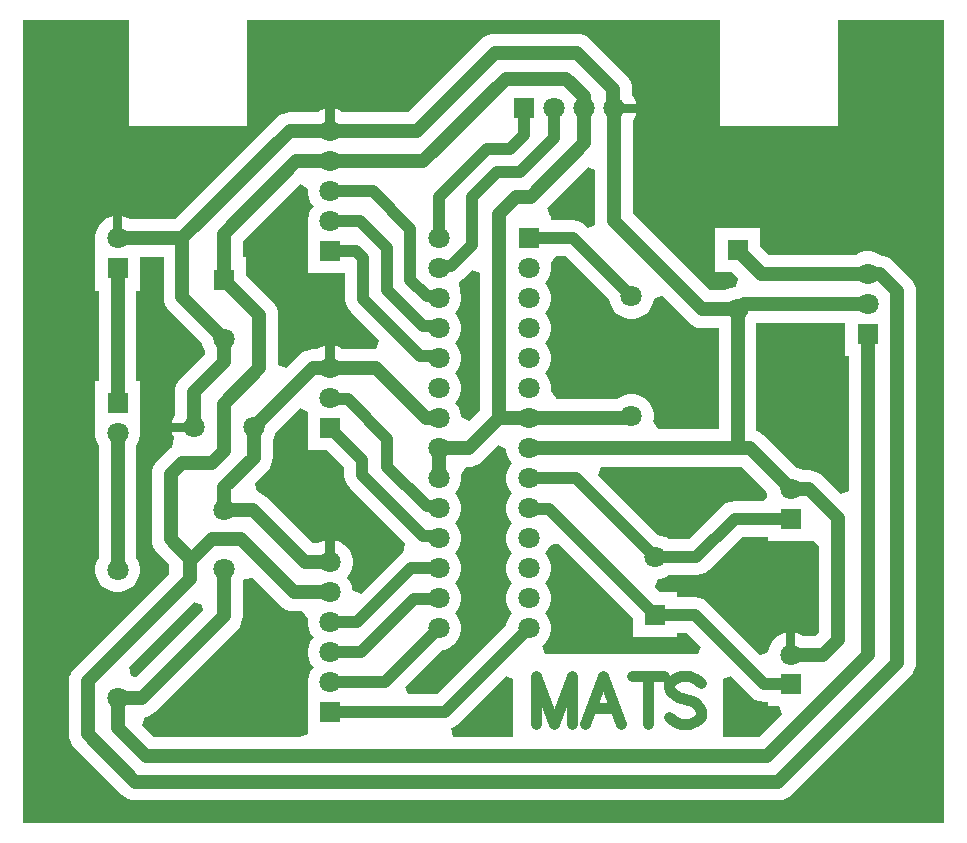
<source format=gbl>
G04*
G04 #@! TF.GenerationSoftware,Altium Limited,Altium Designer,22.5.1 (42)*
G04*
G04 Layer_Physical_Order=2*
G04 Layer_Color=16711680*
%FSLAX44Y44*%
%MOMM*%
G71*
G04*
G04 #@! TF.SameCoordinates,E669E3F9-0894-4EE6-ACFF-CEDA73CCADC6*
G04*
G04*
G04 #@! TF.FilePolarity,Positive*
G04*
G01*
G75*
%ADD10C,1.2000*%
%ADD11C,1.0000*%
%ADD12C,0.9000*%
%ADD13C,1.8000*%
%ADD14R,1.8000X1.8000*%
%ADD15R,1.8000X1.8000*%
G36*
X10000Y10000D02*
X790000D01*
Y690000D01*
X700000D01*
Y600000D01*
X600000D01*
Y690000D01*
X200000D01*
Y600000D01*
X100000D01*
Y690000D01*
X10000D01*
Y10000D01*
D02*
G37*
%LPC*%
G36*
X409460Y677977D02*
X479068D01*
X482185Y677670D01*
X485183Y676760D01*
X487945Y675284D01*
X490366Y673297D01*
X521124Y642539D01*
X523111Y640118D01*
X524587Y637356D01*
X525496Y634359D01*
X525803Y631242D01*
Y626147D01*
X527238Y623999D01*
X528670Y620542D01*
X528977Y619000D01*
X510401D01*
Y611000D01*
X528977D01*
X528670Y609458D01*
X527238Y606000D01*
X526377Y604712D01*
Y526218D01*
X591618Y460977D01*
X604712D01*
X606000Y461838D01*
X609458Y463270D01*
X613129Y464000D01*
X613217D01*
X613405Y464101D01*
X613958Y464671D01*
X615251Y470734D01*
X610536Y476100D01*
X596100D01*
Y513900D01*
X633900D01*
Y498695D01*
X641618Y490977D01*
X714893D01*
X716048Y491749D01*
X719488Y493174D01*
X723139Y493900D01*
X726862D01*
X730514Y493174D01*
X733953Y491749D01*
X735768Y490536D01*
X738473Y490270D01*
X741470Y489361D01*
X744232Y487884D01*
X746653Y485897D01*
X761298Y471253D01*
X763285Y468832D01*
X764761Y466069D01*
X765670Y463072D01*
X765977Y459955D01*
Y145760D01*
X765670Y142643D01*
X764761Y139646D01*
X763285Y136884D01*
X761298Y134463D01*
X660538Y33703D01*
X658117Y31716D01*
X655355Y30239D01*
X652357Y29330D01*
X649240Y29023D01*
X105000D01*
X101883Y29330D01*
X98886Y30239D01*
X96124Y31716D01*
X93703Y33703D01*
X53703Y73703D01*
X51716Y76124D01*
X50240Y78886D01*
X49331Y81883D01*
X49023Y85000D01*
Y130000D01*
X49331Y133117D01*
X50240Y136114D01*
X51716Y138876D01*
X53703Y141297D01*
X133236Y220830D01*
Y229170D01*
X123703Y238703D01*
X121716Y241124D01*
X120240Y243886D01*
X119331Y246883D01*
X119024Y250000D01*
Y305000D01*
X119331Y308117D01*
X120240Y311114D01*
X121716Y313876D01*
X123703Y316297D01*
X133703Y326297D01*
X135258Y327573D01*
X136207Y328674D01*
X137692Y335666D01*
X137493Y336653D01*
X136331Y339458D01*
X136024Y341000D01*
X154600D01*
Y349000D01*
X136024D01*
X136331Y350542D01*
X137763Y354000D01*
X138624Y355288D01*
Y374600D01*
X138931Y377717D01*
X139840Y380714D01*
X141316Y383476D01*
X143303Y385897D01*
X164023Y406618D01*
Y409712D01*
X163163Y411000D01*
X161731Y414458D01*
X161428Y415977D01*
X133703Y443703D01*
X131716Y446124D01*
X130240Y448886D01*
X129331Y451883D01*
X129024Y455000D01*
Y489023D01*
X108900D01*
Y460700D01*
X105977D01*
Y384300D01*
X108900D01*
Y346500D01*
X108900D01*
X108900Y338139D01*
X108174Y334487D01*
X106749Y331048D01*
X105977Y329892D01*
Y234488D01*
X106749Y233332D01*
X108174Y229893D01*
X108900Y226241D01*
Y222518D01*
X108174Y218867D01*
X106749Y215427D01*
X104681Y212332D01*
X102048Y209699D01*
X98953Y207631D01*
X95513Y206206D01*
X91862Y205480D01*
X88139D01*
X84487Y206206D01*
X81048Y207631D01*
X77952Y209699D01*
X75320Y212332D01*
X73251Y215427D01*
X71827Y218867D01*
X71100Y222518D01*
Y226241D01*
X71827Y229893D01*
X73251Y233332D01*
X74023Y234488D01*
Y329892D01*
X73251Y331048D01*
X71827Y334487D01*
X71100Y338139D01*
X71100Y346500D01*
X71100D01*
Y384300D01*
X74023D01*
Y460700D01*
X71100D01*
Y498500D01*
X71100D01*
X71000Y503129D01*
X71000Y506871D01*
X71730Y510542D01*
X73163Y514000D01*
X75242Y517112D01*
X77888Y519758D01*
X81000Y521838D01*
X84458Y523270D01*
X86000Y523577D01*
Y505000D01*
X94000D01*
Y523577D01*
X95542Y523270D01*
X99000Y521838D01*
X100288Y520977D01*
X138383D01*
X224503Y607097D01*
X226924Y609084D01*
X229686Y610561D01*
X232684Y611470D01*
X235800Y611777D01*
X259713D01*
X261000Y612637D01*
X264458Y614070D01*
X266000Y614376D01*
Y595800D01*
X274000D01*
Y614376D01*
X275543Y614070D01*
X279000Y612637D01*
X280288Y611777D01*
X336643D01*
X398163Y673297D01*
X400584Y675284D01*
X403346Y676760D01*
X406343Y677670D01*
X409460Y677977D01*
D02*
G37*
%LPD*%
G36*
X453278Y531000D02*
X456178Y524000D01*
X457000D01*
Y520129D01*
X475701D01*
X479590Y519617D01*
X483215Y518115D01*
X486327Y515727D01*
X488219Y513835D01*
X492988Y515774D01*
X494650Y517304D01*
X494424Y519600D01*
Y562999D01*
X487957Y565678D01*
X453278Y531000D01*
D02*
G37*
G36*
X460302Y489235D02*
X457000Y483751D01*
Y477839D01*
X456274Y474187D01*
X454849Y470747D01*
X452781Y467652D01*
X452129Y467000D01*
X452781Y466348D01*
X454849Y463252D01*
X456274Y459813D01*
X457000Y456161D01*
Y452439D01*
X456274Y448787D01*
X454849Y445348D01*
X452781Y442252D01*
X452129Y441600D01*
X452781Y440948D01*
X454849Y437853D01*
X456274Y434413D01*
X457000Y430761D01*
Y427038D01*
X456274Y423387D01*
X454849Y419948D01*
X452781Y416852D01*
X452129Y416200D01*
X452781Y415548D01*
X454849Y412453D01*
X456274Y409013D01*
X457000Y405362D01*
Y401638D01*
X456274Y397987D01*
X454849Y394548D01*
X452781Y391452D01*
X452129Y390800D01*
X452781Y390148D01*
X454849Y387052D01*
X456274Y383613D01*
X457000Y379962D01*
Y376239D01*
X456889Y375677D01*
X460850Y369584D01*
X462231Y368677D01*
X512749D01*
X512952Y368881D01*
X516048Y370949D01*
X519487Y372374D01*
X523139Y373100D01*
X526862D01*
X530513Y372374D01*
X533953Y370949D01*
X537048Y368881D01*
X539681Y366248D01*
X541749Y363153D01*
X543174Y359713D01*
X543900Y356062D01*
Y352339D01*
X543490Y350277D01*
X545861Y345962D01*
X548510Y343277D01*
X599023D01*
Y429023D01*
X585000D01*
X581884Y429330D01*
X578886Y430239D01*
X576124Y431716D01*
X573703Y433703D01*
X550900Y456505D01*
X544681Y454225D01*
X543845Y453661D01*
X543174Y450287D01*
X541749Y446848D01*
X539681Y443752D01*
X537048Y441119D01*
X533953Y439051D01*
X530513Y437626D01*
X526862Y436900D01*
X523139D01*
X519487Y437626D01*
X516048Y439051D01*
X512952Y441119D01*
X510320Y443752D01*
X508251Y446848D01*
X506827Y450287D01*
X506223Y453324D01*
X469476Y490071D01*
X461140D01*
X460302Y489235D01*
D02*
G37*
G36*
X195977Y502269D02*
Y488900D01*
X198900D01*
Y473695D01*
X221298Y451297D01*
X223285Y448876D01*
X224761Y446114D01*
X225670Y443117D01*
X225977Y440000D01*
Y398071D01*
X232977Y395172D01*
X244103Y406297D01*
X246524Y408284D01*
X249286Y409761D01*
X252283Y410670D01*
X255400Y410977D01*
X259114D01*
X261000Y412238D01*
X264458Y413670D01*
X266000Y413977D01*
Y395400D01*
X274000D01*
Y413977D01*
X275543Y413670D01*
X279000Y412238D01*
X280288Y411377D01*
X308561D01*
X309768Y412846D01*
X311665Y418172D01*
X287274Y442564D01*
X284885Y445676D01*
X283384Y449301D01*
X282872Y453190D01*
Y475300D01*
X251100D01*
Y513100D01*
X251100D01*
X251100Y521461D01*
X251827Y525113D01*
X253251Y528552D01*
X255320Y531648D01*
X255972Y532300D01*
X255320Y532952D01*
X253251Y536047D01*
X251827Y539487D01*
X251100Y543138D01*
Y546861D01*
X251133Y547023D01*
X250677Y547960D01*
X244806Y551098D01*
X195977Y502269D01*
D02*
G37*
G36*
X382599Y470604D02*
X379487Y468215D01*
X379696Y460726D01*
X380074Y459813D01*
X380800Y456161D01*
Y452439D01*
X380074Y448787D01*
X378649Y445348D01*
X376581Y442252D01*
X375929Y441600D01*
X376581Y440948D01*
X378649Y437853D01*
X380074Y434413D01*
X380800Y430761D01*
Y427038D01*
X380074Y423387D01*
X378649Y419948D01*
X376581Y416852D01*
X375929Y416200D01*
X376581Y415548D01*
X378649Y412453D01*
X380074Y409013D01*
X380800Y405362D01*
Y401638D01*
X380074Y397987D01*
X378649Y394548D01*
X376581Y391452D01*
X375929Y390800D01*
X376581Y390148D01*
X378649Y387052D01*
X380074Y383613D01*
X380800Y379962D01*
Y376239D01*
X380074Y372587D01*
X378649Y369147D01*
X376581Y366052D01*
X376000Y365471D01*
X376659Y364812D01*
X378738Y361700D01*
X380170Y358242D01*
X380900Y354571D01*
Y353394D01*
X387664Y350259D01*
X396623Y359218D01*
Y475482D01*
X390156Y478161D01*
X382599Y470604D01*
D02*
G37*
G36*
X630977Y342163D02*
X631315Y342061D01*
X634077Y340584D01*
X636498Y338597D01*
X664023Y311072D01*
X665543Y310770D01*
X669000Y309338D01*
X670289Y308477D01*
X675628D01*
X678745Y308170D01*
X681742Y307260D01*
X684504Y305784D01*
X686925Y303797D01*
X702557Y288166D01*
X709024Y290845D01*
Y405300D01*
X706101D01*
Y433623D01*
X630977D01*
Y342163D01*
D02*
G37*
G36*
X496398Y304856D02*
X547476Y253778D01*
X550513Y253174D01*
X553953Y251749D01*
X556528Y250028D01*
X573775D01*
X601873Y278127D01*
X604986Y280515D01*
X608611Y282016D01*
X612500Y282528D01*
X636687D01*
X637363Y283122D01*
X639659Y286147D01*
X640087Y288163D01*
X637852Y292054D01*
X618582Y311323D01*
X499077D01*
X496398Y304856D01*
D02*
G37*
G36*
X223972Y340977D02*
X223670Y339458D01*
X222238Y336000D01*
X221377Y334712D01*
Y319287D01*
X221070Y316170D01*
X220161Y313173D01*
X218685Y310411D01*
X216698Y307990D01*
X206276Y297568D01*
X207271Y292909D01*
X208716Y290108D01*
X210807Y289474D01*
X213570Y287997D01*
X215991Y286010D01*
X255224Y246777D01*
X259713D01*
X261000Y247638D01*
X264458Y249070D01*
X266000Y249377D01*
Y230800D01*
X274000D01*
Y249376D01*
X275543Y249070D01*
X279000Y247638D01*
X282112Y245558D01*
X284759Y242912D01*
X286838Y239800D01*
X288270Y236342D01*
X289000Y232671D01*
Y228929D01*
X288270Y225258D01*
X286838Y221800D01*
X284759Y218688D01*
X284100Y218029D01*
X284681Y217448D01*
X286749Y214352D01*
X288174Y210913D01*
X288900Y207261D01*
Y206953D01*
X295900Y204053D01*
X328174Y236327D01*
X331286Y238715D01*
X331584Y238838D01*
X333566Y246409D01*
X333470Y246852D01*
X286549Y293773D01*
X284160Y296885D01*
X282659Y300510D01*
X282147Y304400D01*
Y311200D01*
X267647Y325700D01*
X251100D01*
Y358206D01*
X244100Y361105D01*
X223972Y340977D01*
D02*
G37*
G36*
X459745Y245963D02*
X455743Y244304D01*
X454849Y242148D01*
X452781Y239052D01*
X452129Y238400D01*
X452781Y237748D01*
X454849Y234653D01*
X456274Y231213D01*
X457000Y227561D01*
Y223839D01*
X456274Y220187D01*
X454849Y216747D01*
X452781Y213652D01*
X452129Y213000D01*
X452781Y212348D01*
X454849Y209252D01*
X456274Y205813D01*
X457000Y202162D01*
Y198438D01*
X456274Y194787D01*
X454849Y191348D01*
X452781Y188252D01*
X452129Y187600D01*
X452781Y186948D01*
X454849Y183853D01*
X456274Y180413D01*
X457000Y176761D01*
Y173039D01*
X456274Y169387D01*
X454849Y165947D01*
X452781Y162852D01*
X450149Y160219D01*
X449658Y159891D01*
X451781Y152891D01*
X581709D01*
X584388Y159359D01*
X572575Y171171D01*
X563900D01*
Y167300D01*
X526100D01*
Y183846D01*
X463569Y246378D01*
X459745Y245963D01*
D02*
G37*
G36*
X590627Y224373D02*
X587515Y221985D01*
X583890Y220483D01*
X580000Y219971D01*
X556528D01*
X553953Y218251D01*
X550513Y216826D01*
X547451Y216217D01*
X545625Y212144D01*
X544855Y209679D01*
X548500Y205100D01*
X563900D01*
Y201229D01*
X578800D01*
X582690Y200716D01*
X586315Y199215D01*
X589427Y196827D01*
X634000Y152254D01*
X639222Y153833D01*
X641130Y155023D01*
X641731Y158042D01*
X643163Y161500D01*
X645242Y164611D01*
X647889Y167258D01*
X651001Y169337D01*
X654458Y170770D01*
X656000Y171076D01*
Y152500D01*
X664000D01*
Y171076D01*
X665543Y170770D01*
X669000Y169337D01*
X670288Y168477D01*
X680883D01*
X684024Y171618D01*
Y244068D01*
X678900Y248600D01*
X641100D01*
Y252471D01*
X618725D01*
X590627Y224373D01*
D02*
G37*
G36*
X99537Y141942D02*
X101076Y134595D01*
X105371Y133371D01*
X105814Y133408D01*
X162467Y190062D01*
X161908Y194413D01*
X154664Y197069D01*
X99537Y141942D01*
D02*
G37*
G36*
X398698Y316103D02*
X396277Y314116D01*
X393515Y312639D01*
X390517Y311730D01*
X387400Y311423D01*
X385990D01*
X384540Y310441D01*
X380669Y304423D01*
X380800Y303762D01*
Y300039D01*
X380074Y296387D01*
X378649Y292948D01*
X376581Y289852D01*
X375929Y289200D01*
X376581Y288548D01*
X378649Y285452D01*
X380074Y282013D01*
X380800Y278361D01*
Y274639D01*
X380074Y270987D01*
X378649Y267547D01*
X376581Y264452D01*
X375929Y263800D01*
X376581Y263148D01*
X378649Y260053D01*
X380074Y256613D01*
X380800Y252962D01*
Y249238D01*
X380074Y245587D01*
X378649Y242148D01*
X376581Y239052D01*
X375929Y238400D01*
X376581Y237748D01*
X378649Y234653D01*
X380074Y231213D01*
X380800Y227561D01*
Y223839D01*
X380074Y220187D01*
X378649Y216747D01*
X376581Y213652D01*
X375929Y213000D01*
X376581Y212348D01*
X378649Y209252D01*
X380074Y205813D01*
X380800Y202162D01*
Y198438D01*
X380074Y194787D01*
X378649Y191348D01*
X376581Y188252D01*
X375929Y187600D01*
X376581Y186948D01*
X378649Y183853D01*
X380074Y180413D01*
X380800Y176761D01*
Y173039D01*
X380074Y169387D01*
X378649Y165947D01*
X376581Y162852D01*
X373949Y160219D01*
X370853Y158151D01*
X367413Y156726D01*
X364376Y156122D01*
X333550Y125296D01*
X336228Y118828D01*
X360775D01*
X419323Y177376D01*
X419927Y180413D01*
X421352Y183853D01*
X423420Y186948D01*
X424072Y187600D01*
X423420Y188252D01*
X421352Y191348D01*
X419927Y194787D01*
X419201Y198438D01*
Y202162D01*
X419927Y205813D01*
X421352Y209252D01*
X423420Y212348D01*
X424072Y213000D01*
X423420Y213652D01*
X421352Y216747D01*
X419927Y220187D01*
X419201Y223839D01*
Y227561D01*
X419927Y231213D01*
X421352Y234653D01*
X423420Y237748D01*
X424072Y238400D01*
X423420Y239052D01*
X421352Y242148D01*
X419927Y245587D01*
X419201Y249238D01*
Y252962D01*
X419927Y256613D01*
X421352Y260053D01*
X423420Y263148D01*
X424072Y263800D01*
X423420Y264452D01*
X421352Y267547D01*
X419927Y270987D01*
X419201Y274639D01*
Y278361D01*
X419927Y282013D01*
X421352Y285452D01*
X423420Y288548D01*
X424072Y289200D01*
X423420Y289852D01*
X421352Y292948D01*
X419927Y296387D01*
X419201Y300039D01*
Y303762D01*
X419927Y307413D01*
X421352Y310853D01*
X423420Y313948D01*
X424001Y314529D01*
X423342Y315188D01*
X421263Y318300D01*
X419831Y321758D01*
X419100Y325429D01*
Y326606D01*
X412337Y329741D01*
X398698Y316103D01*
D02*
G37*
G36*
X197085Y216098D02*
X196425Y215562D01*
X195977Y214892D01*
Y200000D01*
X195977Y200000D01*
Y185000D01*
X195670Y181883D01*
X194761Y178886D01*
X193285Y176124D01*
X191298Y173703D01*
X121918Y104323D01*
X119497Y102336D01*
X116735Y100859D01*
X113737Y99950D01*
X113665Y99943D01*
X110931Y92848D01*
X110935Y92773D01*
X120731Y82977D01*
X244897D01*
X251100Y84900D01*
Y122700D01*
X251100D01*
X251100Y131061D01*
X251827Y134713D01*
X253251Y138152D01*
X255320Y141248D01*
X255972Y141900D01*
X255320Y142552D01*
X253251Y145647D01*
X251827Y149087D01*
X251100Y152738D01*
Y156461D01*
X251827Y160113D01*
X253251Y163552D01*
X255320Y166648D01*
X255972Y167300D01*
X255320Y167952D01*
X253251Y171047D01*
X251827Y174487D01*
X251100Y178138D01*
Y181861D01*
X251212Y182423D01*
X247251Y188516D01*
X245870Y189423D01*
X239081D01*
X235964Y189730D01*
X232967Y190639D01*
X230205Y192116D01*
X227783Y194102D01*
X204641Y217245D01*
X197085Y216098D01*
D02*
G37*
G36*
X377627Y93173D02*
X374515Y90785D01*
X372564Y89977D01*
X373957Y82977D01*
X425100D01*
Y131500D01*
X418633Y134179D01*
X377627Y93173D01*
D02*
G37*
G36*
X602680Y131921D02*
Y82977D01*
X633510D01*
X652666Y102133D01*
X649987Y108600D01*
X641100D01*
Y112472D01*
X637500D01*
X633611Y112984D01*
X629986Y114485D01*
X626874Y116873D01*
X609147Y134600D01*
X602680Y131921D01*
D02*
G37*
D10*
X649240Y45000D02*
X105000D01*
X640128Y67000D02*
X114113D01*
X725001Y151873D02*
Y424200D01*
X750001Y145760D02*
X649240Y45000D01*
X750001Y145760D02*
Y459955D01*
X725001Y151873D02*
X640128Y67000D01*
X735356Y474600D02*
X725401D01*
X725001Y475000D01*
X750001Y459955D02*
X735356Y474600D01*
X180287Y275287D02*
Y294174D01*
Y274713D02*
X180000Y275000D01*
X180287Y275287D02*
X180000Y275000D01*
X204693Y274713D02*
X180287D01*
X255400Y395000D02*
X205400Y345000D01*
X151500Y233500D02*
X135000Y250000D01*
X151500Y216500D02*
Y233500D01*
X153145D02*
X151500D01*
X180000Y185000D02*
Y200000D01*
X180000Y200000D02*
Y225000D01*
X180000Y200000D02*
X180000Y200000D01*
X180000Y420000D02*
X145000Y455000D01*
X145000Y505000D02*
X145000D01*
X90000Y365400D02*
Y479600D01*
X145000Y505000D02*
X90000D01*
X145000Y505000D02*
X145000Y505000D01*
X145000Y455000D02*
Y505000D01*
X154600Y345000D02*
Y374600D01*
X180000Y400000D02*
X154600Y374600D01*
X180000Y325000D02*
Y365000D01*
X615000Y445000D02*
X585000D01*
X615000Y327300D02*
Y445000D01*
X615000Y445000D01*
X635000Y475000D02*
X615000Y495000D01*
X615406Y445000D02*
X615000D01*
X620006Y449600D02*
X615406Y445000D01*
X725001Y449600D02*
X620006D01*
X725001Y475000D02*
X635000D01*
X205400Y319287D02*
Y345000D01*
X180000Y325000D02*
X170000Y315000D01*
X145000D01*
X205400Y319287D02*
X180287Y294174D01*
X145000Y315000D02*
X135000Y305000D01*
X90000Y224380D02*
Y340000D01*
X135000Y250000D02*
Y305000D01*
X194481Y250000D02*
X190356D01*
X169645Y250000D02*
X153145Y233500D01*
X190356Y250000D02*
X169645D01*
X190356Y250000D02*
X190356Y250000D01*
X525000Y354200D02*
X524459D01*
X522959Y352700D01*
X525000Y354200D02*
X525000Y354200D01*
X270000Y205400D02*
X239081D01*
X248606Y230800D02*
X204693Y274713D01*
X270000Y230800D02*
X248606D01*
X239081Y205400D02*
X194481Y250000D01*
X660000Y292500D02*
X625200Y327300D01*
X660001Y152500D02*
X660000Y152500D01*
X700000Y165000D02*
X687501Y152500D01*
X660001D01*
X700000Y165000D02*
Y268127D01*
X675628Y292500D01*
X660001D01*
X660000Y292500D01*
X427030Y540000D02*
X412600Y525570D01*
X485000Y585317D02*
X439683Y540000D01*
X427030D01*
X269600Y395000D02*
X255400D01*
X270000Y395400D02*
X269600Y395000D01*
X309245Y395400D02*
X270000D01*
X180000Y400000D02*
Y420000D01*
X210000Y440000D02*
X180000Y470000D01*
X210000Y395000D02*
X180000Y365000D01*
X210000Y395000D02*
Y440000D01*
X361900Y352700D02*
X361500Y353100D01*
X351545D02*
X309245Y395400D01*
X361500Y353100D02*
X351545D01*
X615000Y327300D02*
X615000Y327300D01*
X522959Y352700D02*
X438100D01*
X387400Y327400D02*
X362000D01*
X412600Y352600D02*
X387400Y327400D01*
X615000Y327300D02*
X438100D01*
X625200D02*
X615000D01*
X438100Y352700D02*
X438000Y352600D01*
X412600D01*
X362000Y327400D02*
X361900Y327300D01*
Y301900D02*
Y327300D01*
X151500Y216500D02*
X65000Y130000D01*
X412600Y352600D02*
Y525570D01*
X235800Y595800D02*
X145000Y505000D01*
X585000Y445000D02*
X510401Y519600D01*
Y617197D01*
X110620Y115620D02*
X90000D01*
X180000Y185000D02*
X110620Y115620D01*
X180000Y470000D02*
Y508887D01*
X241113Y570000D02*
X180000Y508887D01*
X65000Y85000D02*
Y130000D01*
X105000Y45000D02*
X65000Y85000D01*
X114113Y67000D02*
X90557Y90556D01*
Y115063D01*
X90000Y115620D01*
X485000Y585317D02*
Y615000D01*
X343261Y595800D02*
X270000D01*
Y570400D02*
X269600Y570000D01*
X241113D01*
X349019Y570400D02*
X270000D01*
Y595800D02*
X235800D01*
X349019Y570400D02*
Y570446D01*
X418573Y640000D02*
X349019Y570446D01*
X509827Y617771D02*
Y631242D01*
X484600Y625355D02*
X469956Y640000D01*
X409460Y662000D02*
X343261Y595800D01*
X485000Y615000D02*
X484600Y615400D01*
Y625355D01*
X469956Y640000D02*
X418573D01*
X479068Y662000D02*
X409460D01*
X509827Y631242D02*
X479068Y662000D01*
X510401Y617197D02*
X509827Y617771D01*
D11*
X297176Y317425D02*
X270000Y344600D01*
X297176Y304400D02*
Y317425D01*
X318521Y335292D02*
X285214Y368600D01*
X318521Y311338D02*
Y335292D01*
X525000Y455800D02*
X475701Y505100D01*
X340728Y199343D02*
X295985Y154600D01*
X338801Y225700D02*
X293100Y180000D01*
X295985Y154600D02*
X270000D01*
X360944Y199343D02*
X340728D01*
X361900Y225700D02*
X338801D01*
X293100Y180000D02*
X270000D01*
X358205Y252631D02*
X348944D01*
X297176Y304400D01*
X351829Y278031D02*
X318521Y311338D01*
X360370Y278031D02*
X351829D01*
X660000Y267500D02*
X612500D01*
X361900Y505100D02*
Y539883D01*
X403018Y581000D02*
X361900Y539883D01*
X411302Y561000D02*
X390289Y539987D01*
X371972Y481231D02*
X363431D01*
X390289Y499548D02*
X371972Y481231D01*
X390289Y499548D02*
Y539987D01*
X475701Y505100D02*
X438100D01*
X294927Y519600D02*
X270000D01*
X305969Y545000D02*
X270000D01*
X337900Y513068D02*
X305969Y545000D01*
X317900Y496626D02*
X294927Y519600D01*
X285214Y368600D02*
X271400D01*
X292043Y494200D02*
X270000D01*
X271400Y368600D02*
X270000Y370000D01*
X297900Y488342D02*
X292043Y494200D01*
X317900Y461475D02*
Y496626D01*
X346060Y405031D02*
X297900Y453190D01*
X348944Y430431D02*
X317900Y461475D01*
X297900Y453190D02*
Y488342D01*
X351829Y455831D02*
X337900Y469759D01*
X363431Y481231D02*
X361900Y479700D01*
X358205Y430431D02*
X348944D01*
X361900Y428900D02*
X359736D01*
X358205Y430431D01*
X361900Y454300D02*
X360370Y455831D01*
X351829D01*
X358205Y405031D02*
X346060D01*
X361900Y403500D02*
X359736D01*
X358205Y405031D01*
X545000Y235000D02*
X478100Y301900D01*
X578800Y186200D02*
X545000D01*
X455657Y275543D01*
X478100Y301900D02*
X438100D01*
X455657Y275543D02*
X439057D01*
X438100Y276500D01*
X580000Y235000D02*
X545000D01*
X545000Y235000D01*
X612500Y267500D02*
X580000Y235000D01*
X361900Y200300D02*
X360944Y199343D01*
X361900Y251100D02*
X359736D01*
X358205Y252631D01*
X361900Y276500D02*
X360370Y278031D01*
X337900Y469759D02*
Y513068D01*
X316200Y129200D02*
X270000D01*
X361900Y174900D02*
X316200Y129200D01*
X438100Y174900D02*
X367000Y103800D01*
X270000D01*
X660000Y127500D02*
X637500D01*
X578800Y186200D01*
X459600Y589615D02*
Y615000D01*
X434201Y592500D02*
X422701Y581000D01*
X434201Y592500D02*
Y615000D01*
X422701Y581000D02*
X403018D01*
X430985Y561000D02*
X411302D01*
X459600Y589615D02*
X430985Y561000D01*
D12*
X444000Y133991D02*
Y94000D01*
Y133991D02*
X459235Y94000D01*
X474470Y133991D02*
X459235Y94000D01*
X474470Y133991D02*
Y94000D01*
X516366D02*
X501131Y133991D01*
X485896Y94000D01*
X491609Y107331D02*
X510653D01*
X539028Y133991D02*
Y94000D01*
X525697Y133991D02*
X552358D01*
X583780Y128278D02*
X579971Y132087D01*
X574258Y133991D01*
X566641D01*
X560928Y132087D01*
X557119Y128278D01*
Y124470D01*
X559023Y120661D01*
X560928Y118757D01*
X564736Y116852D01*
X576163Y113043D01*
X579971Y111139D01*
X581876Y109235D01*
X583780Y105426D01*
Y99713D01*
X579971Y95904D01*
X574258Y94000D01*
X566641D01*
X560928Y95904D01*
X557119Y99713D01*
D13*
X660000Y292500D02*
D03*
X510401Y615000D02*
D03*
X485000D02*
D03*
X459600D02*
D03*
X90000Y224380D02*
D03*
Y115620D02*
D03*
Y505000D02*
D03*
Y340000D02*
D03*
X270000Y129200D02*
D03*
Y154600D02*
D03*
Y180000D02*
D03*
Y205400D02*
D03*
Y230800D02*
D03*
X660000Y152500D02*
D03*
X525000Y354200D02*
D03*
Y455800D02*
D03*
X438100Y479700D02*
D03*
Y454300D02*
D03*
Y428900D02*
D03*
Y403500D02*
D03*
Y378100D02*
D03*
Y352700D02*
D03*
Y327300D02*
D03*
Y301900D02*
D03*
Y276500D02*
D03*
Y251100D02*
D03*
Y225700D02*
D03*
Y200300D02*
D03*
Y174900D02*
D03*
X361900Y505100D02*
D03*
Y479700D02*
D03*
Y454300D02*
D03*
Y428900D02*
D03*
Y403500D02*
D03*
Y378100D02*
D03*
Y352700D02*
D03*
Y327300D02*
D03*
Y301900D02*
D03*
Y276500D02*
D03*
Y251100D02*
D03*
Y225700D02*
D03*
Y200300D02*
D03*
Y174900D02*
D03*
X154600Y345000D02*
D03*
X205400D02*
D03*
X180000Y275000D02*
D03*
Y225000D02*
D03*
X725001Y475000D02*
D03*
Y449600D02*
D03*
X180000Y420000D02*
D03*
X270000Y595800D02*
D03*
Y570400D02*
D03*
Y545000D02*
D03*
Y519600D02*
D03*
X545000Y235000D02*
D03*
X270000Y370000D02*
D03*
Y395400D02*
D03*
X615000Y445000D02*
D03*
D14*
X660000Y267500D02*
D03*
X90000Y479600D02*
D03*
Y365400D02*
D03*
X270000Y103800D02*
D03*
X660000Y127500D02*
D03*
X180000Y470000D02*
D03*
X270000Y494200D02*
D03*
X545000Y186200D02*
D03*
X270000Y344600D02*
D03*
X615000Y495000D02*
D03*
D15*
X434201Y615000D02*
D03*
X438100Y505100D02*
D03*
X725001Y424200D02*
D03*
M02*

</source>
